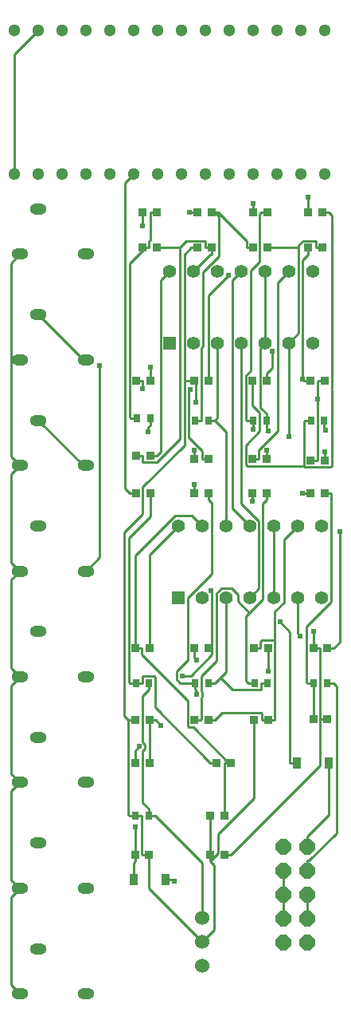
<source format=gtl>
G04 Layer: TopLayer*
G04 EasyEDA v6.5.22, 2023-04-13 12:14:21*
G04 8c6dcb5ec9fe4ba2bbc49dbc1e847b49,f016fa541b524367aba1ea0f7d3472e8,10*
G04 Gerber Generator version 0.2*
G04 Scale: 100 percent, Rotated: No, Reflected: No *
G04 Dimensions in millimeters *
G04 leading zeros omitted , absolute positions ,4 integer and 5 decimal *
%FSLAX45Y45*%
%MOMM*%

%AMMACRO1*21,1,$1,$2,0,0,$3*%
%AMMACRO2*4,1,8,-0.3401,0.8214,-0.8214,0.3401,-0.8214,-0.3401,-0.3401,-0.8214,0.3401,-0.8214,0.8214,-0.3401,0.8214,0.3401,0.3401,0.8214,-0.3401,0.8214,0*%
%ADD10C,0.2540*%
%ADD11R,0.8000X0.9000*%
%ADD12R,0.9500X1.1500*%
%ADD13MACRO1,0.864X0.8065X90.0000*%
%ADD14O,1.7999964X1.1999976*%
%ADD15MACRO2*%
%ADD16C,1.3000*%
%ADD17C,1.5240*%
%ADD18R,1.3970X1.3970*%
%ADD19C,1.3970*%
%ADD20C,0.6096*%
%ADD21C,0.0138*%

%LPD*%
D10*
X221513Y4625924D02*
G01*
X131419Y4716018D01*
X131419Y5657037D01*
X221513Y5747130D01*
X221513Y3504666D02*
G01*
X131521Y3594658D01*
X131521Y4535931D01*
X221513Y4625924D01*
X221513Y2383459D02*
G01*
X131876Y2473096D01*
X131876Y3415029D01*
X221513Y3504666D01*
X221513Y2383459D02*
G01*
X133426Y2295372D01*
X133426Y1350314D01*
X221513Y1262227D01*
X221513Y5747130D02*
G01*
X127076Y5841568D01*
X127076Y6868388D01*
X3460902Y6150533D02*
G01*
X3473246Y6138189D01*
X3473246Y6122822D01*
X1608759Y6248400D02*
G01*
X1608759Y6175425D01*
X1608759Y6175425D02*
G01*
X1589760Y6156426D01*
X1589760Y6103721D01*
X3460902Y6223507D02*
G01*
X3460902Y6150533D01*
X2866390Y6116218D02*
G01*
X2843529Y6139078D01*
X2843529Y6223507D01*
X221513Y140995D02*
G01*
X127076Y235432D01*
X127076Y1167790D01*
X221513Y1262227D01*
X1594002Y2104974D02*
G01*
X1530908Y2168067D01*
X1530908Y2716529D01*
X1554657Y2740279D01*
X1554657Y2788843D01*
X1530908Y2812592D01*
X1530908Y3303600D01*
X1596034Y3368725D01*
X2857245Y3441700D02*
G01*
X2789275Y3441700D01*
X2353818Y3500907D02*
G01*
X2486126Y3368598D01*
X2784144Y3368598D01*
X2789275Y3373729D01*
X2789275Y3441700D01*
X2353818Y3500907D02*
G01*
X2413000Y3560089D01*
X2413000Y4343400D01*
X2294610Y3441700D02*
G01*
X2353818Y3500907D01*
X1594002Y2032000D02*
G01*
X1594002Y2104974D01*
X1596034Y3441700D02*
G01*
X1596034Y3368725D01*
X1594002Y2032000D02*
G01*
X1661972Y2032000D01*
X1661972Y2032000D02*
G01*
X2165350Y1528622D01*
X2165350Y946175D01*
X2843529Y6223507D02*
G01*
X2843529Y6296482D01*
X2843529Y6296482D02*
G01*
X2779979Y6360032D01*
X2779979Y6996379D01*
X2832100Y7048500D01*
X2226640Y3441700D02*
G01*
X2294610Y3441700D01*
X3276600Y1447800D02*
G01*
X3276600Y1557909D01*
X3487851Y3441700D02*
G01*
X3555822Y3441700D01*
X3555822Y3441700D02*
G01*
X3590061Y3407460D01*
X3590061Y1848561D01*
X3299409Y1557909D01*
X3276600Y1557909D01*
X127076Y6868388D02*
G01*
X127076Y7895158D01*
X221513Y7989595D01*
X127076Y6868388D02*
G01*
X221513Y6868388D01*
X3276600Y1193800D02*
G01*
X3276600Y939800D01*
X3022600Y1193800D02*
G01*
X3022600Y939800D01*
X3022600Y1447800D02*
G01*
X3022600Y1193800D01*
X419100Y10363200D02*
G01*
X165100Y10109200D01*
X165100Y8839200D01*
X2324100Y7048500D02*
G01*
X2324100Y6253022D01*
X2294077Y6223000D01*
X2832100Y7810500D02*
G01*
X2832100Y7048500D01*
X2226106Y6223000D02*
G01*
X2294077Y6223000D01*
X2413000Y5105400D02*
G01*
X2413000Y6104077D01*
X2294077Y6223000D01*
X2921000Y5105400D02*
G01*
X2921000Y4343400D01*
X3226028Y6661327D02*
G01*
X3230473Y6665772D01*
X3230473Y6665772D02*
G01*
X3247796Y6648450D01*
X3290163Y7986979D02*
G01*
X3230473Y7927289D01*
X3230473Y6665772D01*
X2079599Y6648450D02*
G01*
X2094484Y6633565D01*
X2094484Y6421628D01*
X2074163Y6648450D02*
G01*
X2079599Y6648450D01*
X2074163Y6648450D02*
G01*
X2011324Y6648450D01*
X1373098Y3048000D02*
G01*
X1390522Y3048000D01*
X1971954Y6648450D02*
G01*
X1971954Y5963793D01*
X1529791Y5521629D01*
X1529791Y5229301D01*
X1334338Y5033848D01*
X1334338Y3086760D01*
X1373098Y3048000D01*
X1373098Y3048000D02*
G01*
X1373098Y2044928D01*
X1386027Y2032000D01*
X1453997Y2032000D02*
G01*
X1386027Y2032000D01*
X1971954Y6648450D02*
G01*
X2011324Y6648450D01*
X2045030Y8058150D02*
G01*
X1971954Y7985074D01*
X1971954Y6648450D01*
X1448663Y3048000D02*
G01*
X1390522Y3048000D01*
X2248763Y1548079D02*
G01*
X2331034Y1630349D01*
X2331034Y1833981D01*
X2711551Y2214498D01*
X2711551Y3048000D01*
X2165350Y692175D02*
G01*
X2290343Y817168D01*
X2290343Y1506499D01*
X2248763Y1548079D01*
X1453997Y2032000D02*
G01*
X1521968Y2032000D01*
X1597279Y1619250D02*
G01*
X1528978Y1619250D01*
X1528978Y1619250D02*
G01*
X1521968Y1626260D01*
X1521968Y2032000D01*
X2165350Y692175D02*
G01*
X1597279Y1260246D01*
X1597279Y1619250D01*
X3316071Y6648450D02*
G01*
X3247796Y6648450D01*
X3290163Y8058150D02*
G01*
X3290163Y7986979D01*
X2113305Y8058150D02*
G01*
X2045030Y8058150D01*
X2248763Y1619250D02*
G01*
X2248763Y2032000D01*
X2248763Y1583664D02*
G01*
X2248763Y1619250D01*
X2248763Y1583664D02*
G01*
X2248763Y1548079D01*
X1468754Y6248400D02*
G01*
X1400784Y6248400D01*
X1559026Y8058150D02*
G01*
X1390599Y7889722D01*
X1390599Y6258585D01*
X1400784Y6248400D01*
X1559026Y8058150D02*
G01*
X1593164Y8058150D01*
X1524863Y8058150D02*
G01*
X1559026Y8058150D01*
X1675536Y8432800D02*
G01*
X1607235Y8432800D01*
X1593164Y8058150D02*
G01*
X1593164Y8126450D01*
X1607235Y8140522D01*
X1607235Y8432800D01*
X2086127Y6223000D02*
G01*
X2154072Y6223000D01*
X2298115Y8432800D02*
G01*
X2338273Y8392642D01*
X2338273Y7963179D01*
X2173579Y7798485D01*
X2173579Y7013447D01*
X2154072Y6993940D01*
X2154072Y6223000D01*
X2298115Y8432800D02*
G01*
X2332253Y8432800D01*
X2263978Y8432800D02*
G01*
X2298115Y8432800D01*
X2701721Y8058150D02*
G01*
X2633446Y8058150D01*
X2633446Y8058150D02*
G01*
X2633446Y8131606D01*
X2332253Y8432800D01*
X1529664Y6648450D02*
G01*
X1529664Y6558737D01*
X2703525Y6223507D02*
G01*
X2703525Y6129934D01*
X2852369Y8432800D02*
G01*
X2784093Y8432800D01*
X2703525Y6223507D02*
G01*
X2635554Y6223507D01*
X2635554Y6223507D02*
G01*
X2628823Y6230238D01*
X2628823Y6702628D01*
X2676702Y6750507D01*
X2676702Y7812252D01*
X2770149Y7905699D01*
X2770149Y8418855D01*
X2784093Y8432800D01*
X1461363Y6648450D02*
G01*
X1529664Y6648450D01*
X3247669Y5739993D02*
G01*
X3247669Y6218250D01*
X3252927Y6223507D01*
X3509111Y8432800D02*
G01*
X3543350Y8398560D01*
X3543350Y5746445D01*
X3529507Y5732602D01*
X3255060Y5732602D01*
X3247669Y5739993D01*
X2697835Y6648450D02*
G01*
X2697835Y6384493D01*
X2775458Y6306870D01*
X2775458Y6110096D01*
X2624175Y5958814D01*
X2624175Y5760872D01*
X2645054Y5739993D01*
X3247669Y5739993D01*
X3320897Y6223507D02*
G01*
X3252927Y6223507D01*
X3440836Y8432800D02*
G01*
X3509111Y8432800D01*
X1456029Y3441700D02*
G01*
X1524000Y3441700D01*
X2317597Y2594737D02*
G01*
X2249322Y2594737D01*
X2249322Y2594737D02*
G01*
X1664131Y3179927D01*
X1664131Y3507409D01*
X1656740Y3514801D01*
X1529130Y3514801D01*
X1524000Y3509670D01*
X1524000Y3441700D01*
X1456029Y3441700D02*
G01*
X1388059Y3441700D01*
X1388059Y3441700D02*
G01*
X1380286Y3449472D01*
X1380286Y4976952D01*
X1612011Y5208676D01*
X1612011Y5455157D01*
X2086635Y3441700D02*
G01*
X2086635Y3368725D01*
X2104212Y3317519D02*
G01*
X2104212Y3351148D01*
X2086635Y3368725D01*
X1448663Y2594737D02*
G01*
X1448663Y2717114D01*
X1496110Y2764561D01*
X2230247Y5383987D02*
G01*
X2264943Y5349290D01*
X2264943Y4593640D01*
X2011603Y4340301D01*
X2011603Y3685108D01*
X1888312Y3561816D01*
X1888312Y3480130D01*
X1926742Y3441700D01*
X2018690Y3441700D01*
X2230247Y5455157D02*
G01*
X2230247Y5383987D01*
X2086635Y3441700D02*
G01*
X2018690Y3441700D01*
X2148408Y3048000D02*
G01*
X2154732Y3054324D01*
X2154732Y3285210D01*
X2162759Y3293237D01*
X2162759Y3341801D01*
X2154732Y3349828D01*
X2154732Y3514775D01*
X2312009Y3672052D01*
X2312009Y4386757D01*
X2366695Y4441444D01*
X2475966Y4441444D01*
X2540000Y4377410D01*
X2540000Y4309338D01*
X2663443Y4185920D01*
X2663443Y4185920D02*
G01*
X2807461Y4329937D01*
X2807461Y5342940D01*
X2848508Y5383987D01*
X2649270Y3441700D02*
G01*
X2629408Y3461562D01*
X2629408Y4151884D01*
X2663443Y4185920D01*
X2080107Y3048000D02*
G01*
X2148408Y3048000D01*
X2848508Y5455157D02*
G01*
X2848508Y5383987D01*
X2717241Y3441700D02*
G01*
X2649270Y3441700D01*
X3347847Y3441700D02*
G01*
X3279876Y3441700D01*
X3466744Y5455157D02*
G01*
X3535019Y5455157D01*
X3535019Y5455157D02*
G01*
X3535019Y4304309D01*
X3271291Y4040581D01*
X3271291Y3450285D01*
X3279876Y3441700D01*
X3342995Y3060700D02*
G01*
X3342995Y3131870D01*
X3342995Y3131870D02*
G01*
X3347847Y3136722D01*
X3347847Y3441700D01*
X3276600Y1701800D02*
G01*
X3276600Y1811909D01*
X3276600Y1811909D02*
G01*
X3509340Y2044649D01*
X3509340Y2594737D01*
X3095396Y2594737D02*
G01*
X3095396Y3981500D01*
X2991586Y4085310D01*
X3170859Y2594737D02*
G01*
X3095396Y2594737D01*
X2667000Y4343400D02*
G01*
X2766263Y4442663D01*
X2766263Y5156758D01*
X2578100Y5344921D01*
X2578100Y7048500D01*
X2667000Y5105400D02*
G01*
X2480157Y5292242D01*
X2480157Y7712557D01*
X2578100Y7810500D01*
X1446606Y1619250D02*
G01*
X1446606Y1917700D01*
X1446606Y1619250D02*
G01*
X1446606Y1548079D01*
X1446606Y1548079D02*
G01*
X1430959Y1532432D01*
X1430959Y1444370D01*
X1430959Y1358900D02*
G01*
X1430959Y1444370D01*
X1865655Y1338148D02*
G01*
X1844903Y1358900D01*
X1769440Y1358900D02*
G01*
X1844903Y1358900D01*
X1612036Y5854700D02*
G01*
X1680311Y5854700D01*
X1680311Y5854700D02*
G01*
X1718182Y5892571D01*
X1718182Y7712583D01*
X1816100Y7810500D01*
X2161971Y5816600D02*
G01*
X2161971Y5903417D01*
X2018029Y6047359D01*
X2018029Y6542379D01*
X2030501Y6554851D01*
X2230272Y5816600D02*
G01*
X2161971Y5816600D01*
X421512Y7348397D02*
G01*
X901522Y6868388D01*
X921512Y6868388D01*
X2848508Y5905703D02*
G01*
X2848508Y5816600D01*
X421512Y6227140D02*
G01*
X901522Y5747130D01*
X921512Y5747130D01*
X3466744Y5894146D02*
G01*
X3466744Y5803900D01*
X921512Y4625924D02*
G01*
X1068451Y4772863D01*
X1068451Y6810375D01*
X1905000Y5105400D02*
G01*
X1599336Y4799736D01*
X1599336Y3810000D01*
X2264918Y3810000D02*
G01*
X2264918Y4411065D01*
X2258822Y4417161D01*
X2264918Y3810000D02*
G01*
X2264918Y3740962D01*
X2038934Y3514979D01*
X1953513Y3514979D01*
X2230780Y3810000D02*
G01*
X2264918Y3810000D01*
X2862224Y3566261D02*
G01*
X2862224Y3810000D01*
X3561943Y3810000D02*
G01*
X3624884Y3872941D01*
X3624884Y5049901D01*
X3493668Y3810000D02*
G01*
X3561943Y3810000D01*
X1524863Y8290331D02*
G01*
X1524863Y8432800D01*
X2113330Y8432800D02*
G01*
X2026437Y8432800D01*
X2701721Y8503970D02*
G01*
X2701721Y8522487D01*
X2701721Y8432800D02*
G01*
X2701721Y8503970D01*
X3290163Y8432800D02*
G01*
X3290163Y8593988D01*
X1922602Y8058150D02*
G01*
X1922602Y6024626D01*
X1678990Y5781014D01*
X1535048Y5781014D01*
X1529664Y5786399D01*
X1529664Y5854700D01*
X2195677Y8058150D02*
G01*
X2195677Y8126450D01*
X2192680Y8129447D01*
X1993900Y8129447D01*
X1922602Y8058150D01*
X1922602Y8058150D02*
G01*
X1743811Y8058150D01*
X1461363Y5854700D02*
G01*
X1529664Y5854700D01*
X1675536Y8058150D02*
G01*
X1743811Y8058150D01*
X2263978Y8058150D02*
G01*
X2195677Y8058150D01*
X2263978Y8022564D02*
G01*
X2263978Y8058150D01*
X2263978Y8022564D02*
G01*
X2263978Y7986979D01*
X2070100Y7810500D02*
G01*
X2246579Y7986979D01*
X2263978Y7986979D01*
X3086100Y7048500D02*
G01*
X3086100Y6054826D01*
X2075230Y5907354D02*
G01*
X2079599Y5902985D01*
X2079599Y5816600D01*
X3189681Y8058150D02*
G01*
X3189681Y7152081D01*
X3086100Y7048500D01*
X3372535Y8058150D02*
G01*
X3372535Y8126450D01*
X3369538Y8129447D01*
X3236036Y8129447D01*
X3189681Y8083092D01*
X3189681Y8058150D01*
X2852394Y8058150D02*
G01*
X3189681Y8058150D01*
X3440836Y8058150D02*
G01*
X3372535Y8058150D01*
X2766136Y5816600D02*
G01*
X2766136Y5911113D01*
X2967405Y6112382D01*
X2967405Y7691805D01*
X3086100Y7810500D01*
X1612036Y6648450D02*
G01*
X1612036Y6787286D01*
X2230272Y6719620D02*
G01*
X2225954Y6723938D01*
X2225954Y7548473D01*
X2439111Y7761630D01*
X2230272Y6648450D02*
G01*
X2230272Y6719620D01*
X2697835Y5816600D02*
G01*
X2766136Y5816600D01*
X3388995Y6455384D02*
G01*
X3388995Y6639001D01*
X3398443Y6648450D01*
X3384372Y5803900D02*
G01*
X3388995Y5808522D01*
X3388995Y6455384D01*
X3466744Y6648450D02*
G01*
X3398443Y6648450D01*
X3316071Y5803900D02*
G01*
X3384372Y5803900D01*
X2848508Y6648450D02*
G01*
X2848508Y6719620D01*
X2908858Y6958888D02*
G01*
X2908858Y6779971D01*
X2848508Y6719620D01*
X1393088Y5455157D02*
G01*
X1342212Y5506034D01*
X1342212Y8746312D01*
X1435100Y8839200D01*
X1461363Y5455157D02*
G01*
X1393088Y5455157D01*
X2079599Y5455157D02*
G01*
X2079599Y5545099D01*
X2697835Y5455157D02*
G01*
X2697835Y5363845D01*
X3227298Y5449747D02*
G01*
X3242386Y5449747D01*
X3247796Y5455157D01*
X3316071Y5455157D02*
G01*
X3247796Y5455157D01*
X1448663Y3810000D02*
G01*
X1516964Y3810000D01*
X2442438Y2594737D02*
G01*
X2065985Y2971190D01*
X2015667Y2971190D01*
X2008276Y2978581D01*
X2008276Y3250387D01*
X1516964Y3741699D01*
X1516964Y3810000D01*
X2442438Y2594737D02*
G01*
X2399969Y2594737D01*
X2468270Y2594737D02*
G01*
X2442438Y2594737D01*
X2159000Y5105400D02*
G01*
X2051735Y5212664D01*
X1870659Y5212664D01*
X1448663Y4790668D01*
X1448663Y3810000D01*
X2399436Y2032000D02*
G01*
X2399436Y2594203D01*
X2399969Y2594737D01*
X1667611Y3048000D02*
G01*
X1724329Y2991281D01*
X2100478Y3685539D02*
G01*
X2080107Y3705910D01*
X2080107Y3810000D01*
X1599336Y3048000D02*
G01*
X1667611Y3048000D01*
X3175000Y4343400D02*
G01*
X3175000Y3961764D01*
X3203600Y3933164D01*
X1599336Y2594737D02*
G01*
X1599336Y3048000D01*
X2862224Y3048000D02*
G01*
X2793923Y3048000D01*
X2230780Y3048000D02*
G01*
X2299055Y3048000D01*
X2299055Y3048000D02*
G01*
X2372156Y3121101D01*
X2789123Y3121101D01*
X2793923Y3116300D01*
X2793923Y3048000D01*
X2711551Y3810000D02*
G01*
X2779852Y3810000D01*
X2932887Y3892016D02*
G01*
X2932887Y4195343D01*
X3032429Y4294886D01*
X3032429Y4962829D01*
X3175000Y5105400D01*
X2930499Y3048000D02*
G01*
X2932887Y3050387D01*
X2932887Y3892016D01*
X2779852Y3810000D02*
G01*
X2779852Y3878300D01*
X2793568Y3892016D01*
X2932887Y3892016D01*
X2862224Y3048000D02*
G01*
X2930499Y3048000D01*
X3342995Y3810000D02*
G01*
X3342995Y3985285D01*
X3415944Y3060700D02*
G01*
X3415944Y2567482D01*
X2467711Y1619250D01*
X3411296Y3810000D02*
G01*
X3415944Y3805351D01*
X3415944Y3060700D01*
X3415944Y3060700D02*
G01*
X3425367Y3060700D01*
X2399436Y1619250D02*
G01*
X2467711Y1619250D01*
X3493668Y3060700D02*
G01*
X3425367Y3060700D01*
X3342995Y3810000D02*
G01*
X3411296Y3810000D01*
D11*
G01*
X1594002Y2032000D03*
G01*
X1453997Y2032000D03*
G01*
X1608734Y6248400D03*
G01*
X1468729Y6248400D03*
G01*
X2226132Y6223000D03*
G01*
X2086127Y6223000D03*
G01*
X2843504Y6223507D03*
G01*
X2703525Y6223507D03*
G01*
X3460902Y6223507D03*
G01*
X3320897Y6223507D03*
G01*
X1596034Y3441700D03*
G01*
X1456029Y3441700D03*
G01*
X2226640Y3441700D03*
G01*
X2086635Y3441700D03*
G01*
X2857245Y3441700D03*
G01*
X2717241Y3441700D03*
G01*
X3487826Y3441700D03*
G01*
X3347847Y3441700D03*
D12*
G01*
X3509340Y2594737D03*
G01*
X3170859Y2594737D03*
G01*
X1430959Y1358900D03*
G01*
X1769440Y1358900D03*
D13*
G01*
X1597277Y1619250D03*
G01*
X1446627Y1619250D03*
G01*
X1675524Y8432800D03*
G01*
X1524875Y8432800D03*
G01*
X2263961Y8432800D03*
G01*
X2113311Y8432800D03*
G01*
X2852388Y8432800D03*
G01*
X2701738Y8432800D03*
G01*
X3440824Y8432800D03*
G01*
X3290175Y8432800D03*
G01*
X1675524Y8058150D03*
G01*
X1524875Y8058150D03*
G01*
X2263959Y8058150D03*
G01*
X2113309Y8058150D03*
G01*
X2852390Y8058150D03*
G01*
X2701740Y8058150D03*
G01*
X3440824Y8058150D03*
G01*
X3290175Y8058150D03*
G01*
X1612024Y6648450D03*
G01*
X1461375Y6648450D03*
G01*
X2230260Y6648450D03*
G01*
X2079611Y6648450D03*
G01*
X2848484Y6648450D03*
G01*
X2697834Y6648450D03*
G01*
X3466720Y6648450D03*
G01*
X3316070Y6648450D03*
G01*
X1612024Y5854700D03*
G01*
X1461375Y5854700D03*
G01*
X2230255Y5816600D03*
G01*
X2079605Y5816600D03*
G01*
X2848489Y5816600D03*
G01*
X2697839Y5816600D03*
G01*
X3466720Y5803900D03*
G01*
X3316070Y5803900D03*
G01*
X1612024Y5455157D03*
G01*
X1461375Y5455157D03*
G01*
X2230260Y5455157D03*
G01*
X2079611Y5455157D03*
G01*
X2848484Y5455157D03*
G01*
X2697834Y5455157D03*
G01*
X3466720Y5455157D03*
G01*
X3316070Y5455157D03*
G01*
X2468258Y2594729D03*
G01*
X2317609Y2594729D03*
G01*
X2399424Y2032000D03*
G01*
X2248775Y2032000D03*
G01*
X1599324Y2594729D03*
G01*
X1448675Y2594729D03*
G01*
X1599324Y3048000D03*
G01*
X1448675Y3048000D03*
G01*
X2230774Y3048000D03*
G01*
X2080124Y3048000D03*
G01*
X2862210Y3048000D03*
G01*
X2711560Y3048000D03*
G01*
X3493659Y3060700D03*
G01*
X3343009Y3060700D03*
G01*
X2399424Y1619250D03*
G01*
X2248775Y1619250D03*
G01*
X1599324Y3810000D03*
G01*
X1448675Y3810000D03*
G01*
X2230768Y3810000D03*
G01*
X2080119Y3810000D03*
G01*
X2862215Y3810000D03*
G01*
X2711565Y3810000D03*
G01*
X3493659Y3810000D03*
G01*
X3343009Y3810000D03*
D14*
G01*
X221513Y7989595D03*
G01*
X921512Y7989595D03*
G01*
X421512Y8469604D03*
G01*
X221513Y6868388D03*
G01*
X921512Y6868388D03*
G01*
X421512Y7348397D03*
G01*
X221513Y5747130D03*
G01*
X921512Y5747130D03*
G01*
X421512Y6227140D03*
G01*
X221513Y4625924D03*
G01*
X921512Y4625924D03*
G01*
X421512Y5105933D03*
G01*
X221513Y3504666D03*
G01*
X921512Y3504666D03*
G01*
X421512Y3984675D03*
G01*
X221513Y2383459D03*
G01*
X921512Y2383459D03*
G01*
X421512Y2863469D03*
G01*
X221513Y1262227D03*
G01*
X921512Y1262227D03*
G01*
X421512Y1742236D03*
G01*
X221513Y140995D03*
G01*
X921512Y140995D03*
G01*
X421512Y621004D03*
D15*
G01*
X3276600Y685800D03*
G01*
X3022600Y685800D03*
G01*
X3276600Y939800D03*
G01*
X3022600Y939800D03*
G01*
X3276600Y1193800D03*
G01*
X3022600Y1193800D03*
G01*
X3276600Y1447800D03*
G01*
X3022600Y1447800D03*
G01*
X3276600Y1701800D03*
G01*
X3022600Y1701800D03*
D16*
G01*
X165100Y8839200D03*
G01*
X419100Y8839200D03*
G01*
X673100Y8839200D03*
G01*
X927100Y8839200D03*
G01*
X1181100Y8839200D03*
G01*
X1435100Y8839200D03*
G01*
X1689100Y8839200D03*
G01*
X1943100Y8839200D03*
G01*
X2197100Y8839200D03*
G01*
X2451100Y8839200D03*
G01*
X2705100Y8839200D03*
G01*
X2959100Y8839200D03*
G01*
X3213100Y8839200D03*
G01*
X3467100Y8839200D03*
G01*
X3467100Y10363200D03*
G01*
X3213100Y10363200D03*
G01*
X2959100Y10363200D03*
G01*
X2705100Y10363200D03*
G01*
X2451100Y10363200D03*
G01*
X2197100Y10363200D03*
G01*
X1943100Y10363200D03*
G01*
X1689100Y10363200D03*
G01*
X1435100Y10363200D03*
G01*
X1181100Y10363200D03*
G01*
X927100Y10363200D03*
G01*
X673100Y10363200D03*
G01*
X419100Y10363200D03*
G01*
X165100Y10363200D03*
D17*
G01*
X2165350Y438175D03*
G01*
X2165350Y692175D03*
G01*
X2165350Y946175D03*
D18*
G01*
X1816100Y7048500D03*
D19*
G01*
X2070100Y7048500D03*
G01*
X2324100Y7048500D03*
G01*
X2578100Y7048500D03*
G01*
X2832100Y7048500D03*
G01*
X3086100Y7048500D03*
G01*
X3340100Y7048500D03*
G01*
X3340100Y7810500D03*
G01*
X3086100Y7810500D03*
G01*
X2832100Y7810500D03*
G01*
X2578100Y7810500D03*
G01*
X2324100Y7810500D03*
G01*
X2070100Y7810500D03*
G01*
X1816100Y7810500D03*
D18*
G01*
X1905000Y4343400D03*
D19*
G01*
X2159000Y4343400D03*
G01*
X2413000Y4343400D03*
G01*
X2667000Y4343400D03*
G01*
X2921000Y4343400D03*
G01*
X3175000Y4343400D03*
G01*
X3429000Y4343400D03*
G01*
X3429000Y5105400D03*
G01*
X3175000Y5105400D03*
G01*
X2921000Y5105400D03*
G01*
X2667000Y5105400D03*
G01*
X2413000Y5105400D03*
G01*
X2159000Y5105400D03*
G01*
X1905000Y5105400D03*
D20*
G01*
X1589760Y6103721D03*
G01*
X2866390Y6116218D03*
G01*
X3473246Y6122822D03*
G01*
X3226028Y6661327D03*
G01*
X2094484Y6421628D03*
G01*
X2703525Y6129934D03*
G01*
X1529664Y6558737D03*
G01*
X2104212Y3317519D03*
G01*
X1496110Y2764561D03*
G01*
X2991586Y4085310D03*
G01*
X1446606Y1917700D03*
G01*
X1865655Y1338148D03*
G01*
X2030501Y6554851D03*
G01*
X2848508Y5905703D03*
G01*
X3466744Y5894146D03*
G01*
X1068451Y6810375D03*
G01*
X2258822Y4417161D03*
G01*
X1953513Y3514979D03*
G01*
X2862224Y3566261D03*
G01*
X3624884Y5049901D03*
G01*
X1524863Y8290331D03*
G01*
X2026437Y8432800D03*
G01*
X2701721Y8522487D03*
G01*
X3290163Y8593988D03*
G01*
X2075230Y5907354D03*
G01*
X3086100Y6054826D03*
G01*
X1612036Y6787286D03*
G01*
X2439111Y7761630D03*
G01*
X3388995Y6455384D03*
G01*
X2908858Y6958888D03*
G01*
X2079599Y5545099D03*
G01*
X2697835Y5363845D03*
G01*
X3227298Y5449747D03*
G01*
X1724329Y2991281D03*
G01*
X2100478Y3685539D03*
G01*
X3203600Y3933164D03*
G01*
X3342995Y3985285D03*
M02*

</source>
